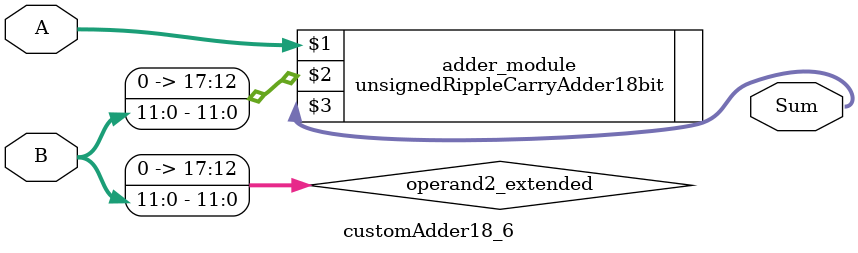
<source format=v>

module customAdder18_6(
                    input [17 : 0] A,
                    input [11 : 0] B,
                    
                    output [18 : 0] Sum
            );

    wire [17 : 0] operand2_extended;
    
    assign operand2_extended =  {6'b0, B};
    
    unsignedRippleCarryAdder18bit adder_module(
        A,
        operand2_extended,
        Sum
    );
    
endmodule
        
</source>
